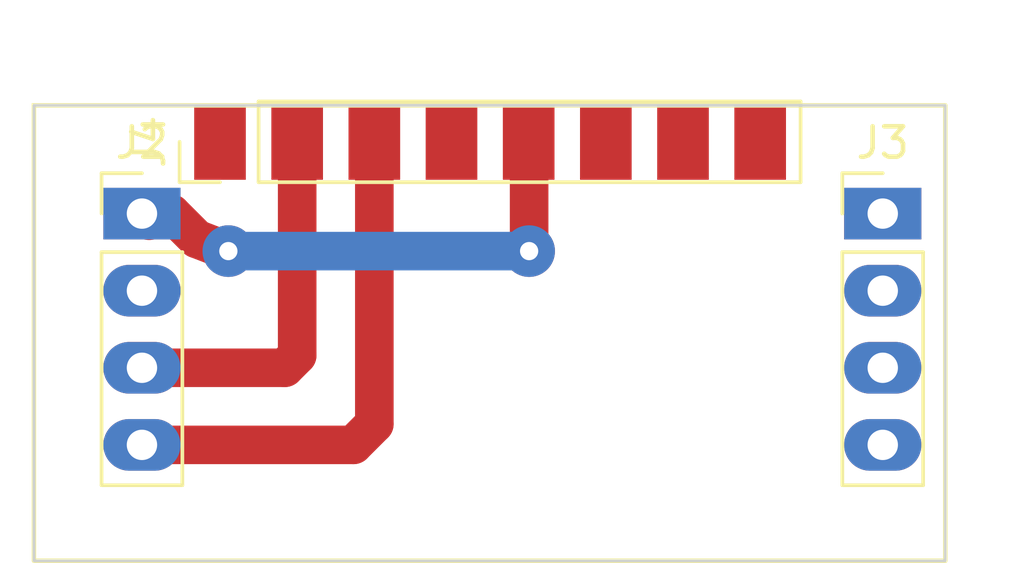
<source format=kicad_pcb>
(kicad_pcb (version 20221018) (generator pcbnew)
  (layers (0 "F.Cu" signal) (31 "B.Cu" signal) (34 "B.Paste" user) (35 "F.Paste" user) (36 "B.SilkS" user "B.Silkscreen") (37 "F.SilkS" user "F.Silkscreen") (38 "B.Mask" user) (39 "F.Mask" user) (44 "Edge.Cuts" user))
  (net 0 "")
  (net 1 "Net-(J2-Pad3)")
  (net 2 "Net-(J2-Pad1)")
  (net 8 "Net-(J2-Pad4)")
  (footprint "Connector_PinHeader_2.54mm:PinHeader_1x04_P2.54mm_Vertical" (layer "F.Cu") (at 27.94 51.064)
    (fp_text reference "J3" (at 0 -2.33) (layer "F.SilkS"))
    (fp_text value "Conn_01x04")
    (fp_line (start -1.33 -1.33) (end 0 -1.33) (stroke (width 0.12)) (layer "F.SilkS"))
    (fp_line (start -1.33 0) (end -1.33 -1.33) (stroke (width 0.12)) (layer "F.SilkS"))
    (fp_line (start -1.33 1.27) (end -1.33 8.95) (stroke (width 0.12)) (layer "F.SilkS"))
    (fp_line (start -1.33 1.27) (end 1.33 1.27) (stroke (width 0.12)) (layer "F.SilkS"))
    (fp_line (start -1.33 8.95) (end 1.33 8.95) (stroke (width 0.12)) (layer "F.SilkS"))
    (fp_line (start 1.33 1.27) (end 1.33 8.95) (stroke (width 0.12)) (layer "F.SilkS"))
    (pad "1" thru_hole rect (at 0 0) (size 2.54 1.7) (drill 1) (layers "*.Cu" "*.Mask"))
    (pad "2" thru_hole oval (at 0 2.54) (size 2.54 1.7) (drill 1) (layers "*.Cu" "*.Mask"))
    (pad "3" thru_hole oval (at 0 5.08) (size 2.54 1.7) (drill 1) (layers "*.Cu" "*.Mask"))
    (pad "4" thru_hole oval (at 0 7.62) (size 2.54 1.7) (drill 1) (layers "*.Cu" "*.Mask"))
  )
  (footprint "Connector_PinHeader_2.54mm:PinHeader_1x04_P2.54mm_Vertical" (layer "F.Cu") (at 3.556 51.064)
    (fp_text reference "J2" (at 0 -2.33) (layer "F.SilkS"))
    (fp_text value "Conn_01x04")
    (fp_line (start -1.33 -1.33) (end 0 -1.33) (stroke (width 0.12)) (layer "F.SilkS"))
    (fp_line (start -1.33 0) (end -1.33 -1.33) (stroke (width 0.12)) (layer "F.SilkS"))
    (fp_line (start -1.33 1.27) (end -1.33 8.95) (stroke (width 0.12)) (layer "F.SilkS"))
    (fp_line (start -1.33 1.27) (end 1.33 1.27) (stroke (width 0.12)) (layer "F.SilkS"))
    (fp_line (start -1.33 8.95) (end 1.33 8.95) (stroke (width 0.12)) (layer "F.SilkS"))
    (fp_line (start 1.33 1.27) (end 1.33 8.95) (stroke (width 0.12)) (layer "F.SilkS"))
    (pad "1" thru_hole rect (at 0 0) (size 2.54 1.7) (drill 1) (layers "*.Cu" "*.Mask") (net 2 "Net-(J2-Pad1)"))
    (pad "2" thru_hole oval (at 0 2.54) (size 2.54 1.7) (drill 1) (layers "*.Cu" "*.Mask"))
    (pad "3" thru_hole oval (at 0 5.08) (size 2.54 1.7) (drill 1) (layers "*.Cu" "*.Mask") (net 1 "Net-(J2-Pad3)"))
    (pad "4" thru_hole oval (at 0 7.62) (size 2.54 1.7) (drill 1) (layers "*.Cu" "*.Mask") (net 8 "Net-(J2-Pad4)"))
  )
  (footprint "Connector_PinHeader_2.54mm:PinHeader_1x08_P2.54mm_Vertical" (layer "F.Cu") (at 6.125 48.7 90)
    (fp_text reference "J4" (at 0 -2.33 90) (layer "F.SilkS"))
    (fp_text value "Conn_01x08")
    (fp_line (start -1.33 -1.33) (end 0 -1.33) (stroke (width 0.12)) (layer "F.SilkS"))
    (fp_line (start -1.33 0) (end -1.33 -1.33) (stroke (width 0.12)) (layer "F.SilkS"))
    (fp_line (start -1.33 1.27) (end -1.33 19.11) (stroke (width 0.12)) (layer "F.SilkS"))
    (fp_line (start -1.33 1.27) (end 1.33 1.27) (stroke (width 0.12)) (layer "F.SilkS"))
    (fp_line (start -1.33 19.11) (end 1.33 19.11) (stroke (width 0.12)) (layer "F.SilkS"))
    (fp_line (start 1.33 1.27) (end 1.33 19.11) (stroke (width 0.12)) (layer "F.SilkS"))
    (pad "1" smd rect (at 0 0 90) (size 2.5 1.7) (layers "F.Cu" "F.Paste" "F.Mask"))
    (pad "2" smd rect (at 0 2.54 90) (size 2.5 1.7) (layers "F.Cu" "F.Paste" "F.Mask") (net 1 "Net-(J2-Pad3)"))
    (pad "3" smd rect (at 0 5.08 90) (size 2.5 1.7) (layers "F.Cu" "F.Paste" "F.Mask") (net 8 "Net-(J2-Pad4)"))
    (pad "4" smd rect (at 0 7.62 90) (size 2.5 1.7) (layers "F.Cu" "F.Paste" "F.Mask"))
    (pad "5" smd rect (at 0 10.16 90) (size 2.5 1.7) (layers "F.Cu" "F.Paste" "F.Mask") (net 2 "Net-(J2-Pad1)"))
    (pad "6" smd rect (at 0 12.7 90) (size 2.5 1.7) (layers "F.Cu" "F.Paste" "F.Mask"))
    (pad "7" smd rect (at 0 15.24 90) (size 2.5 1.7) (layers "F.Cu" "F.Paste" "F.Mask"))
    (pad "8" smd rect (at 0 17.78 90) (size 2.5 1.7) (layers "F.Cu" "F.Paste" "F.Mask"))
  )
  (gr_rect (start 0 47.5) (end 30 62.5) (stroke (width 0.15)) (fill none) (layer "F.SilkS"))
  (gr_rect (start 0 47.5) (end 30 62.5) (stroke (width 0.1)) (fill none) (layer "Edge.Cuts"))
  (segment (start 8.665 55.735) (end 8.665 48.7) (width 1.27) (layer "F.Cu") (net 1))
  (segment (start 8.256 56.144) (end 8.665 55.735) (width 1.27) (layer "F.Cu") (net 1))
  (segment (start 3.556 56.144) (end 8.256 56.144) (width 1.27) (layer "F.Cu") (net 1))
  (segment (start 16.3 52.3) (end 16.3 48.715) (width 1.27) (layer "F.Cu") (net 2))
  (segment (start 5.362057 51.9) (end 4.526057 51.064) (width 1.27) (layer "F.Cu") (net 2))
  (segment (start 4.526057 51.064) (end 3.556 51.064) (width 1.27) (layer "F.Cu") (net 2))
  (segment (start 3.792 51.3) (end 3.556 51.064) (width 1.27) (layer "F.Cu") (net 2))
  (segment (start 6.4 52.3) (end 5.362057 51.9) (width 1.27) (layer "F.Cu") (net 2))
  (segment (start 16.3 48.715) (end 16.285 48.7) (width 1.27) (layer "F.Cu") (net 2))
  (via (at 6.4 52.3) (size 1.7) (drill 0.6) (layers "F.Cu" "B.Cu") (net 2))
  (via (at 16.3 52.3) (size 1.7) (drill 0.6) (layers "F.Cu" "B.Cu") (net 2))
  (segment (start 6.4 52.3) (end 16.3 52.3) (width 1.27) (layer "B.Cu") (net 2))
  (segment (start 11.205 57.995) (end 11.205 48.7) (width 1.27) (layer "F.Cu") (net 8))
  (segment (start 10.516 58.684) (end 11.205 57.995) (width 1.27) (layer "F.Cu") (net 8))
  (segment (start 3.556 58.684) (end 10.516 58.684) (width 1.27) (layer "F.Cu") (net 8))
)
</source>
